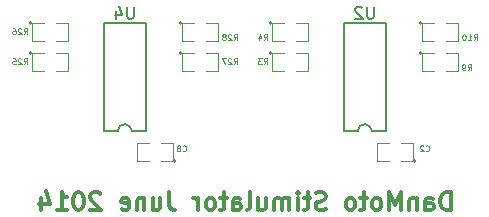
<source format=gbo>
G04 (created by PCBNEW (2013-07-07 BZR 4022)-stable) date 25/06/2014 08:25:45*
%MOIN*%
G04 Gerber Fmt 3.4, Leading zero omitted, Abs format*
%FSLAX34Y34*%
G01*
G70*
G90*
G04 APERTURE LIST*
%ADD10C,0.00393701*%
%ADD11C,0.011811*%
%ADD12C,0.0039*%
%ADD13C,0.00787402*%
%ADD14C,0.0043*%
%ADD15C,0.00590551*%
G04 APERTURE END LIST*
G54D10*
G54D11*
X66358Y-31939D02*
X66358Y-31348D01*
X66217Y-31348D01*
X66133Y-31376D01*
X66077Y-31432D01*
X66049Y-31489D01*
X66021Y-31601D01*
X66021Y-31685D01*
X66049Y-31798D01*
X66077Y-31854D01*
X66133Y-31910D01*
X66217Y-31939D01*
X66358Y-31939D01*
X65514Y-31939D02*
X65514Y-31629D01*
X65542Y-31573D01*
X65599Y-31545D01*
X65711Y-31545D01*
X65767Y-31573D01*
X65514Y-31910D02*
X65571Y-31939D01*
X65711Y-31939D01*
X65767Y-31910D01*
X65796Y-31854D01*
X65796Y-31798D01*
X65767Y-31742D01*
X65711Y-31714D01*
X65571Y-31714D01*
X65514Y-31685D01*
X65233Y-31545D02*
X65233Y-31939D01*
X65233Y-31601D02*
X65205Y-31573D01*
X65149Y-31545D01*
X65064Y-31545D01*
X65008Y-31573D01*
X64980Y-31629D01*
X64980Y-31939D01*
X64699Y-31939D02*
X64699Y-31348D01*
X64502Y-31770D01*
X64305Y-31348D01*
X64305Y-31939D01*
X63940Y-31939D02*
X63996Y-31910D01*
X64024Y-31882D01*
X64052Y-31826D01*
X64052Y-31657D01*
X64024Y-31601D01*
X63996Y-31573D01*
X63940Y-31545D01*
X63855Y-31545D01*
X63799Y-31573D01*
X63771Y-31601D01*
X63743Y-31657D01*
X63743Y-31826D01*
X63771Y-31882D01*
X63799Y-31910D01*
X63855Y-31939D01*
X63940Y-31939D01*
X63574Y-31545D02*
X63349Y-31545D01*
X63490Y-31348D02*
X63490Y-31854D01*
X63462Y-31910D01*
X63405Y-31939D01*
X63349Y-31939D01*
X63068Y-31939D02*
X63124Y-31910D01*
X63152Y-31882D01*
X63180Y-31826D01*
X63180Y-31657D01*
X63152Y-31601D01*
X63124Y-31573D01*
X63068Y-31545D01*
X62983Y-31545D01*
X62927Y-31573D01*
X62899Y-31601D01*
X62871Y-31657D01*
X62871Y-31826D01*
X62899Y-31882D01*
X62927Y-31910D01*
X62983Y-31939D01*
X63068Y-31939D01*
X62196Y-31910D02*
X62112Y-31939D01*
X61971Y-31939D01*
X61915Y-31910D01*
X61887Y-31882D01*
X61859Y-31826D01*
X61859Y-31770D01*
X61887Y-31714D01*
X61915Y-31685D01*
X61971Y-31657D01*
X62084Y-31629D01*
X62140Y-31601D01*
X62168Y-31573D01*
X62196Y-31517D01*
X62196Y-31460D01*
X62168Y-31404D01*
X62140Y-31376D01*
X62084Y-31348D01*
X61943Y-31348D01*
X61859Y-31376D01*
X61690Y-31545D02*
X61465Y-31545D01*
X61605Y-31348D02*
X61605Y-31854D01*
X61577Y-31910D01*
X61521Y-31939D01*
X61465Y-31939D01*
X61268Y-31939D02*
X61268Y-31545D01*
X61268Y-31348D02*
X61296Y-31376D01*
X61268Y-31404D01*
X61240Y-31376D01*
X61268Y-31348D01*
X61268Y-31404D01*
X60987Y-31939D02*
X60987Y-31545D01*
X60987Y-31601D02*
X60959Y-31573D01*
X60902Y-31545D01*
X60818Y-31545D01*
X60762Y-31573D01*
X60734Y-31629D01*
X60734Y-31939D01*
X60734Y-31629D02*
X60706Y-31573D01*
X60649Y-31545D01*
X60565Y-31545D01*
X60509Y-31573D01*
X60481Y-31629D01*
X60481Y-31939D01*
X59946Y-31545D02*
X59946Y-31939D01*
X60199Y-31545D02*
X60199Y-31854D01*
X60171Y-31910D01*
X60115Y-31939D01*
X60031Y-31939D01*
X59974Y-31910D01*
X59946Y-31882D01*
X59581Y-31939D02*
X59637Y-31910D01*
X59665Y-31854D01*
X59665Y-31348D01*
X59103Y-31939D02*
X59103Y-31629D01*
X59131Y-31573D01*
X59187Y-31545D01*
X59300Y-31545D01*
X59356Y-31573D01*
X59103Y-31910D02*
X59159Y-31939D01*
X59300Y-31939D01*
X59356Y-31910D01*
X59384Y-31854D01*
X59384Y-31798D01*
X59356Y-31742D01*
X59300Y-31714D01*
X59159Y-31714D01*
X59103Y-31685D01*
X58906Y-31545D02*
X58681Y-31545D01*
X58821Y-31348D02*
X58821Y-31854D01*
X58793Y-31910D01*
X58737Y-31939D01*
X58681Y-31939D01*
X58400Y-31939D02*
X58456Y-31910D01*
X58484Y-31882D01*
X58512Y-31826D01*
X58512Y-31657D01*
X58484Y-31601D01*
X58456Y-31573D01*
X58400Y-31545D01*
X58315Y-31545D01*
X58259Y-31573D01*
X58231Y-31601D01*
X58203Y-31657D01*
X58203Y-31826D01*
X58231Y-31882D01*
X58259Y-31910D01*
X58315Y-31939D01*
X58400Y-31939D01*
X57950Y-31939D02*
X57950Y-31545D01*
X57950Y-31657D02*
X57922Y-31601D01*
X57893Y-31573D01*
X57837Y-31545D01*
X57781Y-31545D01*
X56965Y-31348D02*
X56965Y-31770D01*
X56994Y-31854D01*
X57050Y-31910D01*
X57134Y-31939D01*
X57190Y-31939D01*
X56431Y-31545D02*
X56431Y-31939D01*
X56684Y-31545D02*
X56684Y-31854D01*
X56656Y-31910D01*
X56600Y-31939D01*
X56516Y-31939D01*
X56459Y-31910D01*
X56431Y-31882D01*
X56150Y-31545D02*
X56150Y-31939D01*
X56150Y-31601D02*
X56122Y-31573D01*
X56066Y-31545D01*
X55981Y-31545D01*
X55925Y-31573D01*
X55897Y-31629D01*
X55897Y-31939D01*
X55391Y-31910D02*
X55447Y-31939D01*
X55559Y-31939D01*
X55616Y-31910D01*
X55644Y-31854D01*
X55644Y-31629D01*
X55616Y-31573D01*
X55559Y-31545D01*
X55447Y-31545D01*
X55391Y-31573D01*
X55363Y-31629D01*
X55363Y-31685D01*
X55644Y-31742D01*
X54688Y-31404D02*
X54659Y-31376D01*
X54603Y-31348D01*
X54463Y-31348D01*
X54406Y-31376D01*
X54378Y-31404D01*
X54350Y-31460D01*
X54350Y-31517D01*
X54378Y-31601D01*
X54716Y-31939D01*
X54350Y-31939D01*
X53985Y-31348D02*
X53928Y-31348D01*
X53872Y-31376D01*
X53844Y-31404D01*
X53816Y-31460D01*
X53788Y-31573D01*
X53788Y-31714D01*
X53816Y-31826D01*
X53844Y-31882D01*
X53872Y-31910D01*
X53928Y-31939D01*
X53985Y-31939D01*
X54041Y-31910D01*
X54069Y-31882D01*
X54097Y-31826D01*
X54125Y-31714D01*
X54125Y-31573D01*
X54097Y-31460D01*
X54069Y-31404D01*
X54041Y-31376D01*
X53985Y-31348D01*
X53225Y-31939D02*
X53563Y-31939D01*
X53394Y-31939D02*
X53394Y-31348D01*
X53450Y-31432D01*
X53507Y-31489D01*
X53563Y-31517D01*
X52719Y-31545D02*
X52719Y-31939D01*
X52860Y-31320D02*
X53000Y-31742D01*
X52635Y-31742D01*
G54D12*
X65200Y-30300D02*
G75*
G03X65200Y-30300I-50J0D01*
G74*
G01*
X64700Y-30300D02*
X65100Y-30300D01*
X65100Y-30300D02*
X65100Y-29700D01*
X65100Y-29700D02*
X64700Y-29700D01*
X64300Y-29700D02*
X63900Y-29700D01*
X63900Y-29700D02*
X63900Y-30300D01*
X63900Y-30300D02*
X64300Y-30300D01*
X60400Y-26700D02*
G75*
G03X60400Y-26700I-50J0D01*
G74*
G01*
X60800Y-26700D02*
X60400Y-26700D01*
X60400Y-26700D02*
X60400Y-27300D01*
X60400Y-27300D02*
X60800Y-27300D01*
X61200Y-27300D02*
X61600Y-27300D01*
X61600Y-27300D02*
X61600Y-26700D01*
X61600Y-26700D02*
X61200Y-26700D01*
X60400Y-25700D02*
G75*
G03X60400Y-25700I-50J0D01*
G74*
G01*
X60800Y-25700D02*
X60400Y-25700D01*
X60400Y-25700D02*
X60400Y-26300D01*
X60400Y-26300D02*
X60800Y-26300D01*
X61200Y-26300D02*
X61600Y-26300D01*
X61600Y-26300D02*
X61600Y-25700D01*
X61600Y-25700D02*
X61200Y-25700D01*
X65400Y-26700D02*
G75*
G03X65400Y-26700I-50J0D01*
G74*
G01*
X65800Y-26700D02*
X65400Y-26700D01*
X65400Y-26700D02*
X65400Y-27300D01*
X65400Y-27300D02*
X65800Y-27300D01*
X66200Y-27300D02*
X66600Y-27300D01*
X66600Y-27300D02*
X66600Y-26700D01*
X66600Y-26700D02*
X66200Y-26700D01*
X65400Y-25700D02*
G75*
G03X65400Y-25700I-50J0D01*
G74*
G01*
X65800Y-25700D02*
X65400Y-25700D01*
X65400Y-25700D02*
X65400Y-26300D01*
X65400Y-26300D02*
X65800Y-26300D01*
X66200Y-26300D02*
X66600Y-26300D01*
X66600Y-26300D02*
X66600Y-25700D01*
X66600Y-25700D02*
X66200Y-25700D01*
G54D13*
X63263Y-29311D02*
X62791Y-29311D01*
X64208Y-29311D02*
X63736Y-29311D01*
X63263Y-29311D02*
G75*
G02X63500Y-29074I236J0D01*
G74*
G01*
X63500Y-29074D02*
G75*
G02X63736Y-29311I0J-236D01*
G74*
G01*
X64208Y-29311D02*
X64208Y-25688D01*
X64208Y-25688D02*
X62791Y-25688D01*
X62791Y-25688D02*
X62791Y-29311D01*
G54D12*
X57200Y-30300D02*
G75*
G03X57200Y-30300I-50J0D01*
G74*
G01*
X56700Y-30300D02*
X57100Y-30300D01*
X57100Y-30300D02*
X57100Y-29700D01*
X57100Y-29700D02*
X56700Y-29700D01*
X56300Y-29700D02*
X55900Y-29700D01*
X55900Y-29700D02*
X55900Y-30300D01*
X55900Y-30300D02*
X56300Y-30300D01*
X52400Y-26700D02*
G75*
G03X52400Y-26700I-50J0D01*
G74*
G01*
X52800Y-26700D02*
X52400Y-26700D01*
X52400Y-26700D02*
X52400Y-27300D01*
X52400Y-27300D02*
X52800Y-27300D01*
X53200Y-27300D02*
X53600Y-27300D01*
X53600Y-27300D02*
X53600Y-26700D01*
X53600Y-26700D02*
X53200Y-26700D01*
X52400Y-25700D02*
G75*
G03X52400Y-25700I-50J0D01*
G74*
G01*
X52800Y-25700D02*
X52400Y-25700D01*
X52400Y-25700D02*
X52400Y-26300D01*
X52400Y-26300D02*
X52800Y-26300D01*
X53200Y-26300D02*
X53600Y-26300D01*
X53600Y-26300D02*
X53600Y-25700D01*
X53600Y-25700D02*
X53200Y-25700D01*
X57400Y-26700D02*
G75*
G03X57400Y-26700I-50J0D01*
G74*
G01*
X57800Y-26700D02*
X57400Y-26700D01*
X57400Y-26700D02*
X57400Y-27300D01*
X57400Y-27300D02*
X57800Y-27300D01*
X58200Y-27300D02*
X58600Y-27300D01*
X58600Y-27300D02*
X58600Y-26700D01*
X58600Y-26700D02*
X58200Y-26700D01*
X57400Y-25700D02*
G75*
G03X57400Y-25700I-50J0D01*
G74*
G01*
X57800Y-25700D02*
X57400Y-25700D01*
X57400Y-25700D02*
X57400Y-26300D01*
X57400Y-26300D02*
X57800Y-26300D01*
X58200Y-26300D02*
X58600Y-26300D01*
X58600Y-26300D02*
X58600Y-25700D01*
X58600Y-25700D02*
X58200Y-25700D01*
G54D13*
X55263Y-29311D02*
X54791Y-29311D01*
X56208Y-29311D02*
X55736Y-29311D01*
X55263Y-29311D02*
G75*
G02X55500Y-29074I236J0D01*
G74*
G01*
X55500Y-29074D02*
G75*
G02X55736Y-29311I0J-236D01*
G74*
G01*
X56208Y-29311D02*
X56208Y-25688D01*
X56208Y-25688D02*
X54791Y-25688D01*
X54791Y-25688D02*
X54791Y-29311D01*
G54D14*
X65532Y-29960D02*
X65542Y-29970D01*
X65570Y-29979D01*
X65589Y-29979D01*
X65617Y-29970D01*
X65636Y-29951D01*
X65645Y-29932D01*
X65654Y-29895D01*
X65654Y-29867D01*
X65645Y-29829D01*
X65636Y-29810D01*
X65617Y-29792D01*
X65589Y-29782D01*
X65570Y-29782D01*
X65542Y-29792D01*
X65532Y-29801D01*
X65457Y-29801D02*
X65448Y-29792D01*
X65429Y-29782D01*
X65382Y-29782D01*
X65363Y-29792D01*
X65354Y-29801D01*
X65345Y-29820D01*
X65345Y-29839D01*
X65354Y-29867D01*
X65467Y-29979D01*
X65345Y-29979D01*
X60132Y-27079D02*
X60198Y-26985D01*
X60245Y-27079D02*
X60245Y-26882D01*
X60170Y-26882D01*
X60151Y-26892D01*
X60142Y-26901D01*
X60132Y-26920D01*
X60132Y-26948D01*
X60142Y-26967D01*
X60151Y-26976D01*
X60170Y-26985D01*
X60245Y-26985D01*
X60067Y-26882D02*
X59945Y-26882D01*
X60010Y-26957D01*
X59982Y-26957D01*
X59963Y-26967D01*
X59954Y-26976D01*
X59945Y-26995D01*
X59945Y-27042D01*
X59954Y-27060D01*
X59963Y-27070D01*
X59982Y-27079D01*
X60039Y-27079D01*
X60057Y-27070D01*
X60067Y-27060D01*
X60132Y-26279D02*
X60198Y-26185D01*
X60245Y-26279D02*
X60245Y-26082D01*
X60170Y-26082D01*
X60151Y-26092D01*
X60142Y-26101D01*
X60132Y-26120D01*
X60132Y-26148D01*
X60142Y-26167D01*
X60151Y-26176D01*
X60170Y-26185D01*
X60245Y-26185D01*
X59963Y-26148D02*
X59963Y-26279D01*
X60010Y-26073D02*
X60057Y-26214D01*
X59935Y-26214D01*
X66932Y-27279D02*
X66998Y-27185D01*
X67045Y-27279D02*
X67045Y-27082D01*
X66970Y-27082D01*
X66951Y-27092D01*
X66942Y-27101D01*
X66932Y-27120D01*
X66932Y-27148D01*
X66942Y-27167D01*
X66951Y-27176D01*
X66970Y-27185D01*
X67045Y-27185D01*
X66839Y-27279D02*
X66801Y-27279D01*
X66782Y-27270D01*
X66773Y-27260D01*
X66754Y-27232D01*
X66745Y-27195D01*
X66745Y-27120D01*
X66754Y-27101D01*
X66763Y-27092D01*
X66782Y-27082D01*
X66820Y-27082D01*
X66839Y-27092D01*
X66848Y-27101D01*
X66857Y-27120D01*
X66857Y-27167D01*
X66848Y-27185D01*
X66839Y-27195D01*
X66820Y-27204D01*
X66782Y-27204D01*
X66763Y-27195D01*
X66754Y-27185D01*
X66745Y-27167D01*
X67126Y-26279D02*
X67192Y-26185D01*
X67239Y-26279D02*
X67239Y-26082D01*
X67164Y-26082D01*
X67145Y-26092D01*
X67136Y-26101D01*
X67126Y-26120D01*
X67126Y-26148D01*
X67136Y-26167D01*
X67145Y-26176D01*
X67164Y-26185D01*
X67239Y-26185D01*
X66939Y-26279D02*
X67051Y-26279D01*
X66995Y-26279D02*
X66995Y-26082D01*
X67014Y-26110D01*
X67032Y-26129D01*
X67051Y-26139D01*
X66817Y-26082D02*
X66798Y-26082D01*
X66779Y-26092D01*
X66770Y-26101D01*
X66760Y-26120D01*
X66751Y-26157D01*
X66751Y-26204D01*
X66760Y-26242D01*
X66770Y-26260D01*
X66779Y-26270D01*
X66798Y-26279D01*
X66817Y-26279D01*
X66835Y-26270D01*
X66845Y-26260D01*
X66854Y-26242D01*
X66863Y-26204D01*
X66863Y-26157D01*
X66854Y-26120D01*
X66845Y-26101D01*
X66835Y-26092D01*
X66817Y-26082D01*
G54D15*
X63799Y-25165D02*
X63799Y-25484D01*
X63781Y-25521D01*
X63762Y-25540D01*
X63724Y-25559D01*
X63649Y-25559D01*
X63612Y-25540D01*
X63593Y-25521D01*
X63574Y-25484D01*
X63574Y-25165D01*
X63406Y-25203D02*
X63387Y-25184D01*
X63350Y-25165D01*
X63256Y-25165D01*
X63218Y-25184D01*
X63200Y-25203D01*
X63181Y-25240D01*
X63181Y-25278D01*
X63200Y-25334D01*
X63425Y-25559D01*
X63181Y-25559D01*
G54D14*
X57432Y-29960D02*
X57442Y-29970D01*
X57470Y-29979D01*
X57489Y-29979D01*
X57517Y-29970D01*
X57536Y-29951D01*
X57545Y-29932D01*
X57554Y-29895D01*
X57554Y-29867D01*
X57545Y-29829D01*
X57536Y-29810D01*
X57517Y-29792D01*
X57489Y-29782D01*
X57470Y-29782D01*
X57442Y-29792D01*
X57432Y-29801D01*
X57320Y-29867D02*
X57339Y-29857D01*
X57348Y-29848D01*
X57357Y-29829D01*
X57357Y-29820D01*
X57348Y-29801D01*
X57339Y-29792D01*
X57320Y-29782D01*
X57282Y-29782D01*
X57263Y-29792D01*
X57254Y-29801D01*
X57245Y-29820D01*
X57245Y-29829D01*
X57254Y-29848D01*
X57263Y-29857D01*
X57282Y-29867D01*
X57320Y-29867D01*
X57339Y-29876D01*
X57348Y-29885D01*
X57357Y-29904D01*
X57357Y-29942D01*
X57348Y-29960D01*
X57339Y-29970D01*
X57320Y-29979D01*
X57282Y-29979D01*
X57263Y-29970D01*
X57254Y-29960D01*
X57245Y-29942D01*
X57245Y-29904D01*
X57254Y-29885D01*
X57263Y-29876D01*
X57282Y-29867D01*
X52126Y-27079D02*
X52192Y-26985D01*
X52239Y-27079D02*
X52239Y-26882D01*
X52164Y-26882D01*
X52145Y-26892D01*
X52136Y-26901D01*
X52126Y-26920D01*
X52126Y-26948D01*
X52136Y-26967D01*
X52145Y-26976D01*
X52164Y-26985D01*
X52239Y-26985D01*
X52051Y-26901D02*
X52042Y-26892D01*
X52023Y-26882D01*
X51976Y-26882D01*
X51957Y-26892D01*
X51948Y-26901D01*
X51939Y-26920D01*
X51939Y-26939D01*
X51948Y-26967D01*
X52060Y-27079D01*
X51939Y-27079D01*
X51760Y-26882D02*
X51854Y-26882D01*
X51863Y-26976D01*
X51854Y-26967D01*
X51835Y-26957D01*
X51788Y-26957D01*
X51770Y-26967D01*
X51760Y-26976D01*
X51751Y-26995D01*
X51751Y-27042D01*
X51760Y-27060D01*
X51770Y-27070D01*
X51788Y-27079D01*
X51835Y-27079D01*
X51854Y-27070D01*
X51863Y-27060D01*
X52126Y-26079D02*
X52192Y-25985D01*
X52239Y-26079D02*
X52239Y-25882D01*
X52164Y-25882D01*
X52145Y-25892D01*
X52136Y-25901D01*
X52126Y-25920D01*
X52126Y-25948D01*
X52136Y-25967D01*
X52145Y-25976D01*
X52164Y-25985D01*
X52239Y-25985D01*
X52051Y-25901D02*
X52042Y-25892D01*
X52023Y-25882D01*
X51976Y-25882D01*
X51957Y-25892D01*
X51948Y-25901D01*
X51939Y-25920D01*
X51939Y-25939D01*
X51948Y-25967D01*
X52060Y-26079D01*
X51939Y-26079D01*
X51770Y-25882D02*
X51807Y-25882D01*
X51826Y-25892D01*
X51835Y-25901D01*
X51854Y-25929D01*
X51863Y-25967D01*
X51863Y-26042D01*
X51854Y-26060D01*
X51845Y-26070D01*
X51826Y-26079D01*
X51788Y-26079D01*
X51770Y-26070D01*
X51760Y-26060D01*
X51751Y-26042D01*
X51751Y-25995D01*
X51760Y-25976D01*
X51770Y-25967D01*
X51788Y-25957D01*
X51826Y-25957D01*
X51845Y-25967D01*
X51854Y-25976D01*
X51863Y-25995D01*
X59126Y-27079D02*
X59192Y-26985D01*
X59239Y-27079D02*
X59239Y-26882D01*
X59164Y-26882D01*
X59145Y-26892D01*
X59136Y-26901D01*
X59126Y-26920D01*
X59126Y-26948D01*
X59136Y-26967D01*
X59145Y-26976D01*
X59164Y-26985D01*
X59239Y-26985D01*
X59051Y-26901D02*
X59042Y-26892D01*
X59023Y-26882D01*
X58976Y-26882D01*
X58957Y-26892D01*
X58948Y-26901D01*
X58939Y-26920D01*
X58939Y-26939D01*
X58948Y-26967D01*
X59060Y-27079D01*
X58939Y-27079D01*
X58873Y-26882D02*
X58742Y-26882D01*
X58826Y-27079D01*
X59126Y-26279D02*
X59192Y-26185D01*
X59239Y-26279D02*
X59239Y-26082D01*
X59164Y-26082D01*
X59145Y-26092D01*
X59136Y-26101D01*
X59126Y-26120D01*
X59126Y-26148D01*
X59136Y-26167D01*
X59145Y-26176D01*
X59164Y-26185D01*
X59239Y-26185D01*
X59051Y-26101D02*
X59042Y-26092D01*
X59023Y-26082D01*
X58976Y-26082D01*
X58957Y-26092D01*
X58948Y-26101D01*
X58939Y-26120D01*
X58939Y-26139D01*
X58948Y-26167D01*
X59060Y-26279D01*
X58939Y-26279D01*
X58826Y-26167D02*
X58845Y-26157D01*
X58854Y-26148D01*
X58863Y-26129D01*
X58863Y-26120D01*
X58854Y-26101D01*
X58845Y-26092D01*
X58826Y-26082D01*
X58788Y-26082D01*
X58770Y-26092D01*
X58760Y-26101D01*
X58751Y-26120D01*
X58751Y-26129D01*
X58760Y-26148D01*
X58770Y-26157D01*
X58788Y-26167D01*
X58826Y-26167D01*
X58845Y-26176D01*
X58854Y-26185D01*
X58863Y-26204D01*
X58863Y-26242D01*
X58854Y-26260D01*
X58845Y-26270D01*
X58826Y-26279D01*
X58788Y-26279D01*
X58770Y-26270D01*
X58760Y-26260D01*
X58751Y-26242D01*
X58751Y-26204D01*
X58760Y-26185D01*
X58770Y-26176D01*
X58788Y-26167D01*
G54D15*
X55799Y-25165D02*
X55799Y-25484D01*
X55781Y-25521D01*
X55762Y-25540D01*
X55724Y-25559D01*
X55649Y-25559D01*
X55612Y-25540D01*
X55593Y-25521D01*
X55574Y-25484D01*
X55574Y-25165D01*
X55218Y-25296D02*
X55218Y-25559D01*
X55312Y-25146D02*
X55406Y-25428D01*
X55162Y-25428D01*
M02*

</source>
